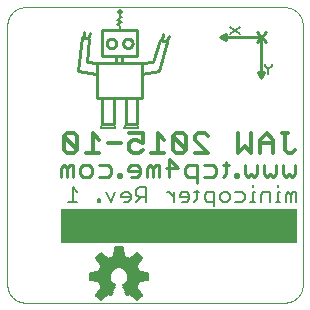
<source format=gbo>
G75*
%MOIN*%
%OFA0B0*%
%FSLAX25Y25*%
%IPPOS*%
%LPD*%
%AMOC8*
5,1,8,0,0,1.08239X$1,22.5*
%
%ADD10C,0.00000*%
%ADD11C,0.01200*%
%ADD12C,0.01000*%
%ADD13C,0.00800*%
%ADD14R,0.78740X0.11811*%
%ADD15C,0.00984*%
%ADD16C,0.00600*%
%ADD17C,0.00591*%
%ADD18C,0.00787*%
D10*
X0009483Y0006895D02*
X0096098Y0006895D01*
X0096250Y0006897D01*
X0096402Y0006903D01*
X0096554Y0006913D01*
X0096705Y0006926D01*
X0096856Y0006944D01*
X0097007Y0006965D01*
X0097157Y0006991D01*
X0097306Y0007020D01*
X0097455Y0007053D01*
X0097602Y0007090D01*
X0097749Y0007130D01*
X0097894Y0007175D01*
X0098038Y0007223D01*
X0098181Y0007275D01*
X0098323Y0007330D01*
X0098463Y0007389D01*
X0098602Y0007452D01*
X0098739Y0007518D01*
X0098874Y0007588D01*
X0099007Y0007661D01*
X0099138Y0007738D01*
X0099268Y0007818D01*
X0099395Y0007901D01*
X0099520Y0007987D01*
X0099643Y0008077D01*
X0099763Y0008170D01*
X0099881Y0008266D01*
X0099997Y0008365D01*
X0100110Y0008467D01*
X0100220Y0008571D01*
X0100328Y0008679D01*
X0100432Y0008789D01*
X0100534Y0008902D01*
X0100633Y0009018D01*
X0100729Y0009136D01*
X0100822Y0009256D01*
X0100912Y0009379D01*
X0100998Y0009504D01*
X0101081Y0009631D01*
X0101161Y0009761D01*
X0101238Y0009892D01*
X0101311Y0010025D01*
X0101381Y0010160D01*
X0101447Y0010297D01*
X0101510Y0010436D01*
X0101569Y0010576D01*
X0101624Y0010718D01*
X0101676Y0010861D01*
X0101724Y0011005D01*
X0101769Y0011150D01*
X0101809Y0011297D01*
X0101846Y0011444D01*
X0101879Y0011593D01*
X0101908Y0011742D01*
X0101934Y0011892D01*
X0101955Y0012043D01*
X0101973Y0012194D01*
X0101986Y0012345D01*
X0101996Y0012497D01*
X0102002Y0012649D01*
X0102004Y0012801D01*
X0102003Y0012801D02*
X0102003Y0099415D01*
X0102004Y0099415D02*
X0102002Y0099567D01*
X0101996Y0099719D01*
X0101986Y0099871D01*
X0101973Y0100022D01*
X0101955Y0100173D01*
X0101934Y0100324D01*
X0101908Y0100474D01*
X0101879Y0100623D01*
X0101846Y0100772D01*
X0101809Y0100919D01*
X0101769Y0101066D01*
X0101724Y0101211D01*
X0101676Y0101355D01*
X0101624Y0101498D01*
X0101569Y0101640D01*
X0101510Y0101780D01*
X0101447Y0101919D01*
X0101381Y0102056D01*
X0101311Y0102191D01*
X0101238Y0102324D01*
X0101161Y0102455D01*
X0101081Y0102585D01*
X0100998Y0102712D01*
X0100912Y0102837D01*
X0100822Y0102960D01*
X0100729Y0103080D01*
X0100633Y0103198D01*
X0100534Y0103314D01*
X0100432Y0103427D01*
X0100328Y0103537D01*
X0100220Y0103645D01*
X0100110Y0103749D01*
X0099997Y0103851D01*
X0099881Y0103950D01*
X0099763Y0104046D01*
X0099643Y0104139D01*
X0099520Y0104229D01*
X0099395Y0104315D01*
X0099268Y0104398D01*
X0099138Y0104478D01*
X0099007Y0104555D01*
X0098874Y0104628D01*
X0098739Y0104698D01*
X0098602Y0104764D01*
X0098463Y0104827D01*
X0098323Y0104886D01*
X0098181Y0104941D01*
X0098038Y0104993D01*
X0097894Y0105041D01*
X0097749Y0105086D01*
X0097602Y0105126D01*
X0097455Y0105163D01*
X0097306Y0105196D01*
X0097157Y0105225D01*
X0097007Y0105251D01*
X0096856Y0105272D01*
X0096705Y0105290D01*
X0096554Y0105303D01*
X0096402Y0105313D01*
X0096250Y0105319D01*
X0096098Y0105321D01*
X0096098Y0105320D02*
X0009483Y0105320D01*
X0009483Y0105321D02*
X0009331Y0105319D01*
X0009179Y0105313D01*
X0009027Y0105303D01*
X0008876Y0105290D01*
X0008725Y0105272D01*
X0008574Y0105251D01*
X0008424Y0105225D01*
X0008275Y0105196D01*
X0008126Y0105163D01*
X0007979Y0105126D01*
X0007832Y0105086D01*
X0007687Y0105041D01*
X0007543Y0104993D01*
X0007400Y0104941D01*
X0007258Y0104886D01*
X0007118Y0104827D01*
X0006979Y0104764D01*
X0006842Y0104698D01*
X0006707Y0104628D01*
X0006574Y0104555D01*
X0006443Y0104478D01*
X0006313Y0104398D01*
X0006186Y0104315D01*
X0006061Y0104229D01*
X0005938Y0104139D01*
X0005818Y0104046D01*
X0005700Y0103950D01*
X0005584Y0103851D01*
X0005471Y0103749D01*
X0005361Y0103645D01*
X0005253Y0103537D01*
X0005149Y0103427D01*
X0005047Y0103314D01*
X0004948Y0103198D01*
X0004852Y0103080D01*
X0004759Y0102960D01*
X0004669Y0102837D01*
X0004583Y0102712D01*
X0004500Y0102585D01*
X0004420Y0102455D01*
X0004343Y0102324D01*
X0004270Y0102191D01*
X0004200Y0102056D01*
X0004134Y0101919D01*
X0004071Y0101780D01*
X0004012Y0101640D01*
X0003957Y0101498D01*
X0003905Y0101355D01*
X0003857Y0101211D01*
X0003812Y0101066D01*
X0003772Y0100919D01*
X0003735Y0100772D01*
X0003702Y0100623D01*
X0003673Y0100474D01*
X0003647Y0100324D01*
X0003626Y0100173D01*
X0003608Y0100022D01*
X0003595Y0099871D01*
X0003585Y0099719D01*
X0003579Y0099567D01*
X0003577Y0099415D01*
X0003578Y0099415D02*
X0003578Y0012801D01*
X0003577Y0012801D02*
X0003579Y0012649D01*
X0003585Y0012497D01*
X0003595Y0012345D01*
X0003608Y0012194D01*
X0003626Y0012043D01*
X0003647Y0011892D01*
X0003673Y0011742D01*
X0003702Y0011593D01*
X0003735Y0011444D01*
X0003772Y0011297D01*
X0003812Y0011150D01*
X0003857Y0011005D01*
X0003905Y0010861D01*
X0003957Y0010718D01*
X0004012Y0010576D01*
X0004071Y0010436D01*
X0004134Y0010297D01*
X0004200Y0010160D01*
X0004270Y0010025D01*
X0004343Y0009892D01*
X0004420Y0009761D01*
X0004500Y0009631D01*
X0004583Y0009504D01*
X0004669Y0009379D01*
X0004759Y0009256D01*
X0004852Y0009136D01*
X0004948Y0009018D01*
X0005047Y0008902D01*
X0005149Y0008789D01*
X0005253Y0008679D01*
X0005361Y0008571D01*
X0005471Y0008467D01*
X0005584Y0008365D01*
X0005700Y0008266D01*
X0005818Y0008170D01*
X0005938Y0008077D01*
X0006061Y0007987D01*
X0006186Y0007901D01*
X0006313Y0007818D01*
X0006443Y0007738D01*
X0006574Y0007661D01*
X0006707Y0007588D01*
X0006842Y0007518D01*
X0006979Y0007452D01*
X0007118Y0007389D01*
X0007258Y0007330D01*
X0007400Y0007275D01*
X0007543Y0007223D01*
X0007687Y0007175D01*
X0007832Y0007130D01*
X0007979Y0007090D01*
X0008126Y0007053D01*
X0008275Y0007020D01*
X0008424Y0006991D01*
X0008574Y0006965D01*
X0008725Y0006944D01*
X0008876Y0006926D01*
X0009027Y0006913D01*
X0009179Y0006903D01*
X0009331Y0006897D01*
X0009483Y0006895D01*
D11*
X0023592Y0056708D02*
X0025818Y0056708D01*
X0026932Y0057821D01*
X0022479Y0062274D01*
X0022479Y0057821D01*
X0023592Y0056708D01*
X0026932Y0057821D02*
X0026932Y0062274D01*
X0025818Y0063387D01*
X0023592Y0063387D01*
X0022479Y0062274D01*
X0029729Y0056708D02*
X0034182Y0056708D01*
X0031955Y0056708D02*
X0031955Y0063387D01*
X0034182Y0061161D01*
X0036979Y0060047D02*
X0041432Y0060047D01*
X0044229Y0060047D02*
X0044229Y0057821D01*
X0045343Y0056708D01*
X0047569Y0056708D01*
X0048683Y0057821D01*
X0048683Y0060047D02*
X0046456Y0061161D01*
X0045343Y0061161D01*
X0044229Y0060047D01*
X0044229Y0063387D02*
X0048683Y0063387D01*
X0048683Y0060047D01*
X0051480Y0056708D02*
X0055933Y0056708D01*
X0053706Y0056708D02*
X0053706Y0063387D01*
X0055933Y0061161D01*
X0058730Y0062274D02*
X0063183Y0057821D01*
X0062070Y0056708D01*
X0059843Y0056708D01*
X0058730Y0057821D01*
X0058730Y0062274D01*
X0059843Y0063387D01*
X0062070Y0063387D01*
X0063183Y0062274D01*
X0063183Y0057821D01*
X0065980Y0056708D02*
X0070433Y0056708D01*
X0065980Y0061161D01*
X0065980Y0062274D01*
X0067094Y0063387D01*
X0069320Y0063387D01*
X0070433Y0062274D01*
X0080481Y0063387D02*
X0080481Y0056708D01*
X0082707Y0058934D01*
X0084934Y0056708D01*
X0084934Y0063387D01*
X0087731Y0061161D02*
X0087731Y0056708D01*
X0087731Y0060047D02*
X0092184Y0060047D01*
X0092184Y0061161D02*
X0089958Y0063387D01*
X0087731Y0061161D01*
X0092184Y0061161D02*
X0092184Y0056708D01*
X0096095Y0057821D02*
X0096095Y0063387D01*
X0097208Y0063387D02*
X0094981Y0063387D01*
X0096095Y0057821D02*
X0097208Y0056708D01*
X0098321Y0056708D01*
X0099435Y0057821D01*
D12*
X0099535Y0052663D02*
X0099535Y0049716D01*
X0098552Y0048734D01*
X0097570Y0049716D01*
X0096587Y0048734D01*
X0095605Y0049716D01*
X0095605Y0052663D01*
X0093191Y0052663D02*
X0093191Y0049716D01*
X0092208Y0048734D01*
X0091226Y0049716D01*
X0090243Y0048734D01*
X0089261Y0049716D01*
X0089261Y0052663D01*
X0086847Y0052663D02*
X0086847Y0049716D01*
X0085864Y0048734D01*
X0084882Y0049716D01*
X0083899Y0048734D01*
X0082917Y0049716D01*
X0082917Y0052663D01*
X0080503Y0049716D02*
X0079520Y0049716D01*
X0079520Y0048734D01*
X0080503Y0048734D01*
X0080503Y0049716D01*
X0076348Y0049716D02*
X0076348Y0053646D01*
X0075366Y0052663D02*
X0077331Y0052663D01*
X0076348Y0049716D02*
X0075366Y0048734D01*
X0073101Y0049716D02*
X0073101Y0051681D01*
X0072119Y0052663D01*
X0069171Y0052663D01*
X0066757Y0052663D02*
X0063810Y0052663D01*
X0062827Y0051681D01*
X0062827Y0049716D01*
X0063810Y0048734D01*
X0066757Y0048734D01*
X0066757Y0046769D02*
X0066757Y0052663D01*
X0069171Y0048734D02*
X0072119Y0048734D01*
X0073101Y0049716D01*
X0060413Y0051681D02*
X0056483Y0051681D01*
X0054069Y0052663D02*
X0054069Y0048734D01*
X0052104Y0048734D02*
X0052104Y0051681D01*
X0051122Y0052663D01*
X0050139Y0051681D01*
X0050139Y0048734D01*
X0047725Y0049716D02*
X0047725Y0051681D01*
X0046743Y0052663D01*
X0044778Y0052663D01*
X0043795Y0051681D01*
X0043795Y0050699D01*
X0047725Y0050699D01*
X0047725Y0049716D02*
X0046743Y0048734D01*
X0044778Y0048734D01*
X0041381Y0048734D02*
X0040399Y0048734D01*
X0040399Y0049716D01*
X0041381Y0049716D01*
X0041381Y0048734D01*
X0038209Y0049716D02*
X0038209Y0051681D01*
X0037227Y0052663D01*
X0034279Y0052663D01*
X0031865Y0051681D02*
X0031865Y0049716D01*
X0030883Y0048734D01*
X0028918Y0048734D01*
X0027935Y0049716D01*
X0027935Y0051681D01*
X0028918Y0052663D01*
X0030883Y0052663D01*
X0031865Y0051681D01*
X0034279Y0048734D02*
X0037227Y0048734D01*
X0038209Y0049716D01*
X0025521Y0048734D02*
X0025521Y0052663D01*
X0024539Y0052663D01*
X0023556Y0051681D01*
X0022574Y0052663D01*
X0021591Y0051681D01*
X0021591Y0048734D01*
X0023556Y0048734D02*
X0023556Y0051681D01*
X0052104Y0051681D02*
X0053087Y0052663D01*
X0054069Y0052663D01*
X0057466Y0054628D02*
X0057466Y0048734D01*
X0060413Y0051681D02*
X0057466Y0054628D01*
D13*
X0049728Y0045279D02*
X0047371Y0045279D01*
X0046585Y0044493D01*
X0046585Y0042921D01*
X0047371Y0042135D01*
X0049728Y0042135D01*
X0049728Y0040563D02*
X0049728Y0045279D01*
X0048157Y0042135D02*
X0046585Y0040563D01*
X0044653Y0041349D02*
X0044653Y0042921D01*
X0043867Y0043707D01*
X0042295Y0043707D01*
X0041509Y0042921D01*
X0041509Y0042135D01*
X0044653Y0042135D01*
X0044653Y0041349D02*
X0043867Y0040563D01*
X0042295Y0040563D01*
X0039578Y0043707D02*
X0038006Y0040563D01*
X0036434Y0043707D01*
X0034503Y0041349D02*
X0033717Y0041349D01*
X0033717Y0040563D01*
X0034503Y0040563D01*
X0034503Y0041349D01*
X0026890Y0040563D02*
X0023746Y0040563D01*
X0025318Y0040563D02*
X0025318Y0045279D01*
X0026890Y0043707D01*
X0056675Y0043707D02*
X0057461Y0043707D01*
X0059033Y0042135D01*
X0059033Y0040563D02*
X0059033Y0043707D01*
X0060964Y0042921D02*
X0060964Y0042135D01*
X0064108Y0042135D01*
X0064108Y0042921D02*
X0063322Y0043707D01*
X0061750Y0043707D01*
X0060964Y0042921D01*
X0061750Y0040563D02*
X0063322Y0040563D01*
X0064108Y0041349D01*
X0064108Y0042921D01*
X0065920Y0043707D02*
X0067492Y0043707D01*
X0066706Y0044493D02*
X0066706Y0041349D01*
X0065920Y0040563D01*
X0069423Y0041349D02*
X0070209Y0040563D01*
X0072567Y0040563D01*
X0074498Y0041349D02*
X0074498Y0042921D01*
X0075284Y0043707D01*
X0076856Y0043707D01*
X0077642Y0042921D01*
X0077642Y0041349D01*
X0076856Y0040563D01*
X0075284Y0040563D01*
X0074498Y0041349D01*
X0072567Y0038991D02*
X0072567Y0043707D01*
X0070209Y0043707D01*
X0069423Y0042921D01*
X0069423Y0041349D01*
X0079573Y0040563D02*
X0081931Y0040563D01*
X0082717Y0041349D01*
X0082717Y0042921D01*
X0081931Y0043707D01*
X0079573Y0043707D01*
X0084529Y0040563D02*
X0086101Y0040563D01*
X0085315Y0040563D02*
X0085315Y0043707D01*
X0086101Y0043707D01*
X0085315Y0045279D02*
X0085315Y0046065D01*
X0088032Y0042921D02*
X0088032Y0040563D01*
X0088032Y0042921D02*
X0088818Y0043707D01*
X0091176Y0043707D01*
X0091176Y0040563D01*
X0092987Y0040563D02*
X0094559Y0040563D01*
X0093773Y0040563D02*
X0093773Y0043707D01*
X0094559Y0043707D01*
X0093773Y0045279D02*
X0093773Y0046065D01*
X0096491Y0042921D02*
X0096491Y0040563D01*
X0098063Y0040563D02*
X0098063Y0042921D01*
X0097277Y0043707D01*
X0096491Y0042921D01*
X0098063Y0042921D02*
X0098849Y0043707D01*
X0099635Y0043707D01*
X0099635Y0040563D01*
D14*
X0060664Y0032486D03*
D15*
X0046885Y0066541D02*
X0042948Y0066541D01*
X0042948Y0075202D01*
X0046885Y0075202D01*
X0046885Y0066541D01*
X0039011Y0066541D02*
X0035074Y0066541D01*
X0035074Y0075202D01*
X0039011Y0075202D01*
X0039011Y0066541D01*
X0039011Y0075202D02*
X0042948Y0075202D01*
X0046885Y0075202D02*
X0048460Y0075202D01*
X0048460Y0083076D01*
X0053972Y0084257D01*
X0056727Y0093706D01*
X0054365Y0094493D01*
X0052003Y0087013D01*
X0048460Y0086619D01*
X0048460Y0083076D01*
X0048460Y0086619D02*
X0041767Y0086619D01*
X0041767Y0088982D01*
X0046885Y0088982D01*
X0046885Y0097643D01*
X0040979Y0097643D01*
X0035074Y0097643D01*
X0035074Y0088982D01*
X0039798Y0088982D01*
X0039798Y0086619D01*
X0033499Y0086619D01*
X0029956Y0087013D01*
X0030743Y0094887D01*
X0028381Y0095281D01*
X0027200Y0084257D01*
X0033105Y0083076D01*
X0033499Y0086619D02*
X0033499Y0075202D01*
X0035074Y0075202D01*
X0039798Y0086619D02*
X0041767Y0086619D01*
X0041767Y0088982D02*
X0039798Y0088982D01*
X0036649Y0093312D02*
X0036651Y0093391D01*
X0036657Y0093470D01*
X0036667Y0093549D01*
X0036681Y0093627D01*
X0036698Y0093704D01*
X0036720Y0093780D01*
X0036745Y0093855D01*
X0036775Y0093928D01*
X0036807Y0094000D01*
X0036844Y0094071D01*
X0036884Y0094139D01*
X0036927Y0094205D01*
X0036973Y0094269D01*
X0037023Y0094331D01*
X0037076Y0094390D01*
X0037131Y0094446D01*
X0037190Y0094500D01*
X0037251Y0094550D01*
X0037314Y0094598D01*
X0037380Y0094642D01*
X0037448Y0094683D01*
X0037518Y0094720D01*
X0037589Y0094754D01*
X0037663Y0094784D01*
X0037737Y0094810D01*
X0037813Y0094832D01*
X0037890Y0094851D01*
X0037968Y0094866D01*
X0038046Y0094877D01*
X0038125Y0094884D01*
X0038204Y0094887D01*
X0038283Y0094886D01*
X0038362Y0094881D01*
X0038441Y0094872D01*
X0038519Y0094859D01*
X0038596Y0094842D01*
X0038673Y0094822D01*
X0038748Y0094797D01*
X0038822Y0094769D01*
X0038895Y0094737D01*
X0038965Y0094702D01*
X0039034Y0094663D01*
X0039101Y0094620D01*
X0039166Y0094574D01*
X0039228Y0094526D01*
X0039288Y0094474D01*
X0039345Y0094419D01*
X0039399Y0094361D01*
X0039450Y0094301D01*
X0039498Y0094238D01*
X0039543Y0094173D01*
X0039585Y0094105D01*
X0039623Y0094036D01*
X0039657Y0093965D01*
X0039688Y0093892D01*
X0039716Y0093817D01*
X0039739Y0093742D01*
X0039759Y0093665D01*
X0039775Y0093588D01*
X0039787Y0093509D01*
X0039795Y0093431D01*
X0039799Y0093352D01*
X0039799Y0093272D01*
X0039795Y0093193D01*
X0039787Y0093115D01*
X0039775Y0093036D01*
X0039759Y0092959D01*
X0039739Y0092882D01*
X0039716Y0092807D01*
X0039688Y0092732D01*
X0039657Y0092659D01*
X0039623Y0092588D01*
X0039585Y0092519D01*
X0039543Y0092451D01*
X0039498Y0092386D01*
X0039450Y0092323D01*
X0039399Y0092263D01*
X0039345Y0092205D01*
X0039288Y0092150D01*
X0039228Y0092098D01*
X0039166Y0092050D01*
X0039101Y0092004D01*
X0039034Y0091961D01*
X0038965Y0091922D01*
X0038895Y0091887D01*
X0038822Y0091855D01*
X0038748Y0091827D01*
X0038673Y0091802D01*
X0038596Y0091782D01*
X0038519Y0091765D01*
X0038441Y0091752D01*
X0038362Y0091743D01*
X0038283Y0091738D01*
X0038204Y0091737D01*
X0038125Y0091740D01*
X0038046Y0091747D01*
X0037968Y0091758D01*
X0037890Y0091773D01*
X0037813Y0091792D01*
X0037737Y0091814D01*
X0037663Y0091840D01*
X0037589Y0091870D01*
X0037518Y0091904D01*
X0037448Y0091941D01*
X0037380Y0091982D01*
X0037314Y0092026D01*
X0037251Y0092074D01*
X0037190Y0092124D01*
X0037131Y0092178D01*
X0037076Y0092234D01*
X0037023Y0092293D01*
X0036973Y0092355D01*
X0036927Y0092419D01*
X0036884Y0092485D01*
X0036844Y0092553D01*
X0036807Y0092624D01*
X0036775Y0092696D01*
X0036745Y0092769D01*
X0036720Y0092844D01*
X0036698Y0092920D01*
X0036681Y0092997D01*
X0036667Y0093075D01*
X0036657Y0093154D01*
X0036651Y0093233D01*
X0036649Y0093312D01*
X0030350Y0094887D02*
X0031137Y0096856D01*
X0029168Y0097249D02*
X0029168Y0095281D01*
X0040585Y0103942D02*
X0040587Y0103981D01*
X0040593Y0104020D01*
X0040603Y0104058D01*
X0040616Y0104095D01*
X0040633Y0104130D01*
X0040653Y0104164D01*
X0040677Y0104195D01*
X0040704Y0104224D01*
X0040733Y0104250D01*
X0040765Y0104273D01*
X0040799Y0104293D01*
X0040835Y0104309D01*
X0040872Y0104321D01*
X0040911Y0104330D01*
X0040950Y0104335D01*
X0040989Y0104336D01*
X0041028Y0104333D01*
X0041067Y0104326D01*
X0041104Y0104315D01*
X0041141Y0104301D01*
X0041176Y0104283D01*
X0041209Y0104262D01*
X0041240Y0104237D01*
X0041268Y0104210D01*
X0041293Y0104180D01*
X0041315Y0104147D01*
X0041334Y0104113D01*
X0041349Y0104077D01*
X0041361Y0104039D01*
X0041369Y0104001D01*
X0041373Y0103962D01*
X0041373Y0103922D01*
X0041369Y0103883D01*
X0041361Y0103845D01*
X0041349Y0103807D01*
X0041334Y0103771D01*
X0041315Y0103737D01*
X0041293Y0103704D01*
X0041268Y0103674D01*
X0041240Y0103647D01*
X0041209Y0103622D01*
X0041176Y0103601D01*
X0041141Y0103583D01*
X0041104Y0103569D01*
X0041067Y0103558D01*
X0041028Y0103551D01*
X0040989Y0103548D01*
X0040950Y0103549D01*
X0040911Y0103554D01*
X0040872Y0103563D01*
X0040835Y0103575D01*
X0040799Y0103591D01*
X0040765Y0103611D01*
X0040733Y0103634D01*
X0040704Y0103660D01*
X0040677Y0103689D01*
X0040653Y0103720D01*
X0040633Y0103754D01*
X0040616Y0103789D01*
X0040603Y0103826D01*
X0040593Y0103864D01*
X0040587Y0103903D01*
X0040585Y0103942D01*
X0042160Y0093312D02*
X0042162Y0093391D01*
X0042168Y0093470D01*
X0042178Y0093549D01*
X0042192Y0093627D01*
X0042209Y0093704D01*
X0042231Y0093780D01*
X0042256Y0093855D01*
X0042286Y0093928D01*
X0042318Y0094000D01*
X0042355Y0094071D01*
X0042395Y0094139D01*
X0042438Y0094205D01*
X0042484Y0094269D01*
X0042534Y0094331D01*
X0042587Y0094390D01*
X0042642Y0094446D01*
X0042701Y0094500D01*
X0042762Y0094550D01*
X0042825Y0094598D01*
X0042891Y0094642D01*
X0042959Y0094683D01*
X0043029Y0094720D01*
X0043100Y0094754D01*
X0043174Y0094784D01*
X0043248Y0094810D01*
X0043324Y0094832D01*
X0043401Y0094851D01*
X0043479Y0094866D01*
X0043557Y0094877D01*
X0043636Y0094884D01*
X0043715Y0094887D01*
X0043794Y0094886D01*
X0043873Y0094881D01*
X0043952Y0094872D01*
X0044030Y0094859D01*
X0044107Y0094842D01*
X0044184Y0094822D01*
X0044259Y0094797D01*
X0044333Y0094769D01*
X0044406Y0094737D01*
X0044476Y0094702D01*
X0044545Y0094663D01*
X0044612Y0094620D01*
X0044677Y0094574D01*
X0044739Y0094526D01*
X0044799Y0094474D01*
X0044856Y0094419D01*
X0044910Y0094361D01*
X0044961Y0094301D01*
X0045009Y0094238D01*
X0045054Y0094173D01*
X0045096Y0094105D01*
X0045134Y0094036D01*
X0045168Y0093965D01*
X0045199Y0093892D01*
X0045227Y0093817D01*
X0045250Y0093742D01*
X0045270Y0093665D01*
X0045286Y0093588D01*
X0045298Y0093509D01*
X0045306Y0093431D01*
X0045310Y0093352D01*
X0045310Y0093272D01*
X0045306Y0093193D01*
X0045298Y0093115D01*
X0045286Y0093036D01*
X0045270Y0092959D01*
X0045250Y0092882D01*
X0045227Y0092807D01*
X0045199Y0092732D01*
X0045168Y0092659D01*
X0045134Y0092588D01*
X0045096Y0092519D01*
X0045054Y0092451D01*
X0045009Y0092386D01*
X0044961Y0092323D01*
X0044910Y0092263D01*
X0044856Y0092205D01*
X0044799Y0092150D01*
X0044739Y0092098D01*
X0044677Y0092050D01*
X0044612Y0092004D01*
X0044545Y0091961D01*
X0044476Y0091922D01*
X0044406Y0091887D01*
X0044333Y0091855D01*
X0044259Y0091827D01*
X0044184Y0091802D01*
X0044107Y0091782D01*
X0044030Y0091765D01*
X0043952Y0091752D01*
X0043873Y0091743D01*
X0043794Y0091738D01*
X0043715Y0091737D01*
X0043636Y0091740D01*
X0043557Y0091747D01*
X0043479Y0091758D01*
X0043401Y0091773D01*
X0043324Y0091792D01*
X0043248Y0091814D01*
X0043174Y0091840D01*
X0043100Y0091870D01*
X0043029Y0091904D01*
X0042959Y0091941D01*
X0042891Y0091982D01*
X0042825Y0092026D01*
X0042762Y0092074D01*
X0042701Y0092124D01*
X0042642Y0092178D01*
X0042587Y0092234D01*
X0042534Y0092293D01*
X0042484Y0092355D01*
X0042438Y0092419D01*
X0042395Y0092485D01*
X0042355Y0092553D01*
X0042318Y0092624D01*
X0042286Y0092696D01*
X0042256Y0092769D01*
X0042231Y0092844D01*
X0042209Y0092920D01*
X0042192Y0092997D01*
X0042178Y0093075D01*
X0042168Y0093154D01*
X0042162Y0093233D01*
X0042160Y0093312D01*
X0055153Y0094493D02*
X0055546Y0096462D01*
X0057515Y0095675D02*
X0056334Y0093706D01*
X0074444Y0095281D02*
X0076413Y0094493D01*
X0076413Y0096462D01*
X0074444Y0095478D01*
X0088224Y0095478D01*
X0088224Y0081895D01*
X0088224Y0081698D02*
X0087239Y0083667D01*
X0089208Y0083667D01*
X0088224Y0081698D01*
X0089798Y0093903D02*
X0086649Y0097052D01*
X0086649Y0093903D02*
X0089798Y0097052D01*
D16*
X0081037Y0096565D02*
X0077697Y0098792D01*
X0077697Y0096565D02*
X0081037Y0098792D01*
X0089437Y0086322D02*
X0089437Y0085766D01*
X0090550Y0084652D01*
X0090550Y0082982D01*
X0090550Y0084652D02*
X0091664Y0085766D01*
X0091664Y0086322D01*
D17*
X0041767Y0100399D02*
X0040192Y0099612D01*
X0040979Y0099218D01*
X0040979Y0097643D01*
X0041767Y0100399D02*
X0040192Y0101186D01*
X0041767Y0101974D01*
X0040979Y0102367D01*
X0040979Y0103549D01*
X0041982Y0025326D02*
X0039583Y0025326D01*
X0039261Y0022150D01*
X0038193Y0021808D01*
X0037197Y0021295D01*
X0034723Y0023312D01*
X0033027Y0021616D01*
X0035044Y0019142D01*
X0034531Y0018146D01*
X0034189Y0017078D01*
X0031013Y0016756D01*
X0031013Y0014357D01*
X0034189Y0014034D01*
X0034531Y0012967D01*
X0035044Y0011971D01*
X0033027Y0009497D01*
X0034723Y0007801D01*
X0037197Y0009818D01*
X0038193Y0009304D01*
X0039605Y0012715D01*
X0039050Y0013015D01*
X0038567Y0013423D01*
X0038178Y0013920D01*
X0037899Y0014487D01*
X0037741Y0015098D01*
X0037712Y0015729D01*
X0037812Y0016353D01*
X0038037Y0016943D01*
X0038378Y0017474D01*
X0038820Y0017925D01*
X0039345Y0018276D01*
X0039931Y0018512D01*
X0040553Y0018624D01*
X0041184Y0018606D01*
X0041799Y0018460D01*
X0042370Y0018191D01*
X0042875Y0017811D01*
X0043291Y0017336D01*
X0043602Y0016786D01*
X0043794Y0016185D01*
X0043859Y0015556D01*
X0043799Y0014956D01*
X0043624Y0014379D01*
X0043340Y0013848D01*
X0042958Y0013381D01*
X0042492Y0012999D01*
X0041960Y0012715D01*
X0043372Y0009304D01*
X0044368Y0009818D01*
X0046842Y0007801D01*
X0048538Y0009497D01*
X0046521Y0011971D01*
X0047034Y0012967D01*
X0047376Y0014034D01*
X0050552Y0014357D01*
X0050552Y0016756D01*
X0047376Y0017078D01*
X0047034Y0018146D01*
X0046521Y0019142D01*
X0048538Y0021616D01*
X0046842Y0023312D01*
X0044368Y0021295D01*
X0043372Y0021808D01*
X0042305Y0022150D01*
X0041982Y0025326D01*
X0041999Y0025156D02*
X0039566Y0025156D01*
X0039506Y0024567D02*
X0042059Y0024567D01*
X0042119Y0023978D02*
X0039446Y0023978D01*
X0039386Y0023389D02*
X0042179Y0023389D01*
X0042239Y0022800D02*
X0039327Y0022800D01*
X0039267Y0022211D02*
X0042298Y0022211D01*
X0043734Y0021622D02*
X0037831Y0021622D01*
X0036796Y0021622D02*
X0033032Y0021622D01*
X0033503Y0021033D02*
X0048062Y0021033D01*
X0048533Y0021622D02*
X0044769Y0021622D01*
X0045491Y0022211D02*
X0047944Y0022211D01*
X0047355Y0022800D02*
X0046214Y0022800D01*
X0047582Y0020443D02*
X0033983Y0020443D01*
X0034463Y0019854D02*
X0047102Y0019854D01*
X0046622Y0019265D02*
X0034944Y0019265D01*
X0034804Y0018676D02*
X0046761Y0018676D01*
X0047053Y0018087D02*
X0042508Y0018087D01*
X0043149Y0017498D02*
X0047242Y0017498D01*
X0049044Y0016909D02*
X0043533Y0016909D01*
X0043751Y0016320D02*
X0050552Y0016320D01*
X0050552Y0015731D02*
X0043841Y0015731D01*
X0043818Y0015142D02*
X0050552Y0015142D01*
X0050552Y0014553D02*
X0043677Y0014553D01*
X0043402Y0013964D02*
X0047353Y0013964D01*
X0047165Y0013375D02*
X0042949Y0013375D01*
X0042092Y0012786D02*
X0046941Y0012786D01*
X0046638Y0012197D02*
X0042174Y0012197D01*
X0042418Y0011608D02*
X0046817Y0011608D01*
X0047298Y0011018D02*
X0042662Y0011018D01*
X0042906Y0010429D02*
X0047778Y0010429D01*
X0048258Y0009840D02*
X0043150Y0009840D01*
X0045063Y0009251D02*
X0048293Y0009251D01*
X0047704Y0008662D02*
X0045786Y0008662D01*
X0046508Y0008073D02*
X0047115Y0008073D01*
X0039391Y0012197D02*
X0034928Y0012197D01*
X0034748Y0011608D02*
X0039147Y0011608D01*
X0038903Y0011018D02*
X0034268Y0011018D01*
X0033787Y0010429D02*
X0038659Y0010429D01*
X0038415Y0009840D02*
X0033307Y0009840D01*
X0033272Y0009251D02*
X0036502Y0009251D01*
X0035779Y0008662D02*
X0033861Y0008662D01*
X0034450Y0008073D02*
X0035057Y0008073D01*
X0034624Y0012786D02*
X0039474Y0012786D01*
X0038624Y0013375D02*
X0034400Y0013375D01*
X0034212Y0013964D02*
X0038157Y0013964D01*
X0037882Y0014553D02*
X0031013Y0014553D01*
X0031013Y0015142D02*
X0037739Y0015142D01*
X0037712Y0015731D02*
X0031013Y0015731D01*
X0031013Y0016320D02*
X0037806Y0016320D01*
X0038024Y0016909D02*
X0032521Y0016909D01*
X0034324Y0017498D02*
X0038401Y0017498D01*
X0039063Y0018087D02*
X0034512Y0018087D01*
X0033621Y0022211D02*
X0036074Y0022211D01*
X0035351Y0022800D02*
X0034210Y0022800D01*
D18*
X0034680Y0064966D02*
X0035074Y0066541D01*
X0034680Y0064966D02*
X0039405Y0064966D01*
X0039011Y0066541D01*
X0042554Y0064966D02*
X0042948Y0066541D01*
X0042554Y0064966D02*
X0047279Y0064966D01*
X0046885Y0066541D01*
M02*

</source>
